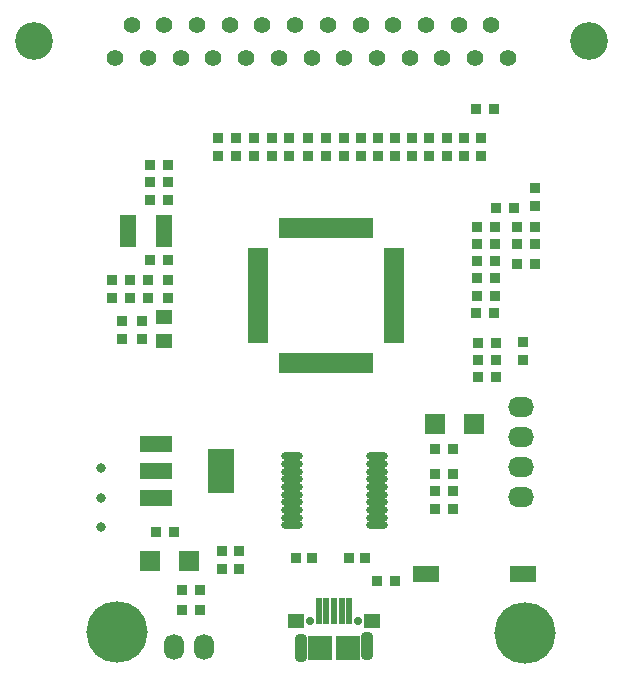
<source format=gts>
G04 Layer_Color=8388736*
%FSLAX24Y24*%
%MOIN*%
G70*
G01*
G75*
%ADD48R,0.0380X0.0380*%
%ADD49R,0.0237X0.0907*%
%ADD50R,0.0789X0.0828*%
%ADD51R,0.0552X0.0474*%
%ADD52R,0.0380X0.0380*%
%ADD53R,0.1064X0.0552*%
%ADD54R,0.0867X0.1458*%
%ADD55O,0.0730X0.0277*%
%ADD56R,0.0651X0.0198*%
%ADD57R,0.0198X0.0651*%
%ADD58R,0.0580X0.1080*%
%ADD59R,0.0580X0.0480*%
%ADD60R,0.0680X0.0680*%
%ADD61R,0.0867X0.0552*%
%ADD62C,0.0277*%
G04:AMPARAMS|DCode=63|XSize=92.6mil|YSize=39.5mil|CornerRadius=11.9mil|HoleSize=0mil|Usage=FLASHONLY|Rotation=90.000|XOffset=0mil|YOffset=0mil|HoleType=Round|Shape=RoundedRectangle|*
%AMROUNDEDRECTD63*
21,1,0.0926,0.0157,0,0,90.0*
21,1,0.0689,0.0395,0,0,90.0*
1,1,0.0237,0.0079,0.0344*
1,1,0.0237,0.0079,-0.0344*
1,1,0.0237,-0.0079,-0.0344*
1,1,0.0237,-0.0079,0.0344*
%
%ADD63ROUNDEDRECTD63*%
%ADD64C,0.1261*%
%ADD65C,0.0552*%
%ADD66C,0.0316*%
%ADD67C,0.2049*%
%ADD68O,0.0671X0.0867*%
%ADD69O,0.0867X0.0671*%
D48*
X9331Y17043D02*
D03*
Y17643D02*
D03*
X9902Y17648D02*
D03*
Y17048D02*
D03*
X10472Y17043D02*
D03*
Y17643D02*
D03*
X11604Y17043D02*
D03*
Y17643D02*
D03*
X4675Y3878D02*
D03*
Y3278D02*
D03*
X5266D02*
D03*
Y3878D02*
D03*
X12175Y17648D02*
D03*
Y17048D02*
D03*
X12746Y17043D02*
D03*
Y17643D02*
D03*
X14734Y10237D02*
D03*
Y10837D02*
D03*
X15118Y15374D02*
D03*
Y15974D02*
D03*
X4547Y17043D02*
D03*
Y17643D02*
D03*
X5748Y17043D02*
D03*
Y17643D02*
D03*
X6939Y17043D02*
D03*
Y17643D02*
D03*
X8169Y17043D02*
D03*
Y17643D02*
D03*
X2876Y12294D02*
D03*
Y12894D02*
D03*
X1634Y12299D02*
D03*
Y12899D02*
D03*
X1033Y12299D02*
D03*
Y12899D02*
D03*
X6348Y17648D02*
D03*
Y17048D02*
D03*
X5148Y17648D02*
D03*
Y17048D02*
D03*
X2224Y12899D02*
D03*
Y12299D02*
D03*
X13307Y17648D02*
D03*
Y17048D02*
D03*
X11033Y17648D02*
D03*
Y17048D02*
D03*
X8760Y17648D02*
D03*
Y17048D02*
D03*
X7569Y17648D02*
D03*
Y17048D02*
D03*
X1358Y11525D02*
D03*
Y10925D02*
D03*
X2018Y11535D02*
D03*
Y10935D02*
D03*
D49*
X8425Y1860D02*
D03*
X8169D02*
D03*
X8681D02*
D03*
X8937D02*
D03*
X7913D02*
D03*
D50*
X7955Y650D02*
D03*
X8895D02*
D03*
D51*
X7165Y1535D02*
D03*
X9685D02*
D03*
D52*
X10453Y2874D02*
D03*
X9853D02*
D03*
X9457Y3622D02*
D03*
X7146Y3642D02*
D03*
X13189Y14665D02*
D03*
X13789D02*
D03*
X14528Y14675D02*
D03*
X15128D02*
D03*
X13189Y14104D02*
D03*
X13789D02*
D03*
X14528Y13425D02*
D03*
X15128D02*
D03*
X13160Y18602D02*
D03*
X13760D02*
D03*
X3100Y4488D02*
D03*
X2500D02*
D03*
X3357Y2569D02*
D03*
X3957D02*
D03*
X13784Y13533D02*
D03*
X13184D02*
D03*
X2281Y16732D02*
D03*
X2881D02*
D03*
X3956Y1909D02*
D03*
X3356D02*
D03*
X15138Y14085D02*
D03*
X14538D02*
D03*
X2281Y16152D02*
D03*
X2881D02*
D03*
X13180Y12362D02*
D03*
X13780D02*
D03*
X13784Y12963D02*
D03*
X13184D02*
D03*
X2281Y13583D02*
D03*
X2881D02*
D03*
X2281Y15561D02*
D03*
X2881D02*
D03*
X12386Y6427D02*
D03*
X11786D02*
D03*
X13814Y9675D02*
D03*
X13213D02*
D03*
X13814Y10246D02*
D03*
X13213D02*
D03*
X13159Y11811D02*
D03*
X13759D02*
D03*
X8907Y3622D02*
D03*
X7696Y3642D02*
D03*
X12401Y7264D02*
D03*
X11801D02*
D03*
X13819Y10807D02*
D03*
X13218D02*
D03*
X14439Y15295D02*
D03*
X13839D02*
D03*
X11791Y5856D02*
D03*
X12391D02*
D03*
X11791Y5276D02*
D03*
X12391D02*
D03*
D53*
X2480Y7431D02*
D03*
Y5620D02*
D03*
Y6526D02*
D03*
D54*
X4646D02*
D03*
D55*
X9862Y4724D02*
D03*
Y4980D02*
D03*
Y5236D02*
D03*
Y6004D02*
D03*
Y6260D02*
D03*
Y6516D02*
D03*
Y6772D02*
D03*
Y7028D02*
D03*
X7008Y4724D02*
D03*
Y4980D02*
D03*
Y5236D02*
D03*
Y5492D02*
D03*
Y5748D02*
D03*
Y6004D02*
D03*
Y6260D02*
D03*
Y6516D02*
D03*
Y6772D02*
D03*
Y7028D02*
D03*
X9862Y5748D02*
D03*
Y5492D02*
D03*
D56*
X10413Y13868D02*
D03*
Y13671D02*
D03*
Y13474D02*
D03*
Y13278D02*
D03*
Y13081D02*
D03*
Y12884D02*
D03*
Y12687D02*
D03*
Y12490D02*
D03*
Y12293D02*
D03*
Y12096D02*
D03*
Y11900D02*
D03*
Y11703D02*
D03*
Y11506D02*
D03*
Y11309D02*
D03*
Y11112D02*
D03*
Y10915D02*
D03*
X5906D02*
D03*
Y11112D02*
D03*
Y11309D02*
D03*
Y11506D02*
D03*
Y11703D02*
D03*
Y11900D02*
D03*
Y12096D02*
D03*
Y12293D02*
D03*
Y12490D02*
D03*
Y12687D02*
D03*
Y12884D02*
D03*
Y13081D02*
D03*
Y13278D02*
D03*
Y13474D02*
D03*
Y13671D02*
D03*
Y13868D02*
D03*
D57*
X9636Y10138D02*
D03*
X9439D02*
D03*
X9242D02*
D03*
X9045D02*
D03*
X8848D02*
D03*
X8652D02*
D03*
X8455D02*
D03*
X8258D02*
D03*
X8061D02*
D03*
X7864D02*
D03*
X7667D02*
D03*
X7470D02*
D03*
X7274D02*
D03*
X7077D02*
D03*
X6880D02*
D03*
X6683D02*
D03*
Y14646D02*
D03*
X6880D02*
D03*
X7077D02*
D03*
X7274D02*
D03*
X7470D02*
D03*
X7667D02*
D03*
X7864D02*
D03*
X8061D02*
D03*
X8258D02*
D03*
X8455D02*
D03*
X8652D02*
D03*
X8848D02*
D03*
X9045D02*
D03*
X9242D02*
D03*
X9439D02*
D03*
X9636D02*
D03*
D58*
X1566Y14547D02*
D03*
X2766D02*
D03*
D59*
X2746Y10856D02*
D03*
Y11656D02*
D03*
D60*
X2283Y3543D02*
D03*
X3583D02*
D03*
X13101Y8110D02*
D03*
X11801D02*
D03*
D61*
X14724Y3100D02*
D03*
X11496D02*
D03*
D62*
X9213Y1535D02*
D03*
X7638D02*
D03*
D63*
X7323Y650D02*
D03*
X9528Y689D02*
D03*
D64*
X16935Y20856D02*
D03*
X-1585D02*
D03*
D65*
X1132Y20297D02*
D03*
X1677Y21415D02*
D03*
X3313Y20297D02*
D03*
X4404D02*
D03*
X5494D02*
D03*
X6585D02*
D03*
X7675D02*
D03*
X8766D02*
D03*
X9856D02*
D03*
X10947D02*
D03*
X12037D02*
D03*
X13128D02*
D03*
X2222D02*
D03*
X2768Y21415D02*
D03*
X3858D02*
D03*
X4949D02*
D03*
X6039D02*
D03*
X7130D02*
D03*
X8220D02*
D03*
X9311D02*
D03*
X10402D02*
D03*
X11492D02*
D03*
X12583D02*
D03*
X13673D02*
D03*
X14218Y20297D02*
D03*
D66*
X650Y6634D02*
D03*
Y5650D02*
D03*
Y4665D02*
D03*
D67*
X1181Y1181D02*
D03*
X14783Y1132D02*
D03*
D68*
X4094Y659D02*
D03*
X3094D02*
D03*
D69*
X14646Y8663D02*
D03*
Y7663D02*
D03*
Y6663D02*
D03*
Y5663D02*
D03*
M02*

</source>
